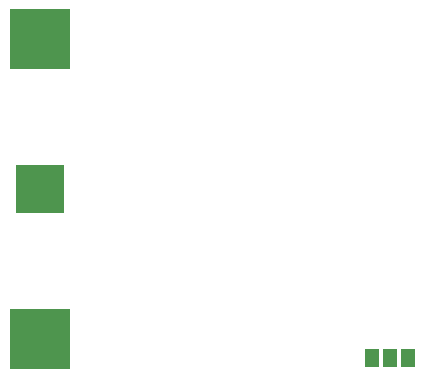
<source format=gbp>
G75*
%MOIN*%
%OFA0B0*%
%FSLAX25Y25*%
%IPPOS*%
%LPD*%
%AMOC8*
5,1,8,0,0,1.08239X$1,22.5*
%
%ADD10R,0.04600X0.06300*%
%ADD11R,0.16000X0.16000*%
%ADD12R,0.20000X0.20000*%
D10*
X0172917Y0072876D03*
X0178917Y0072876D03*
X0184917Y0072876D03*
D11*
X0062295Y0129159D03*
D12*
X0062295Y0079159D03*
X0062295Y0179159D03*
M02*

</source>
